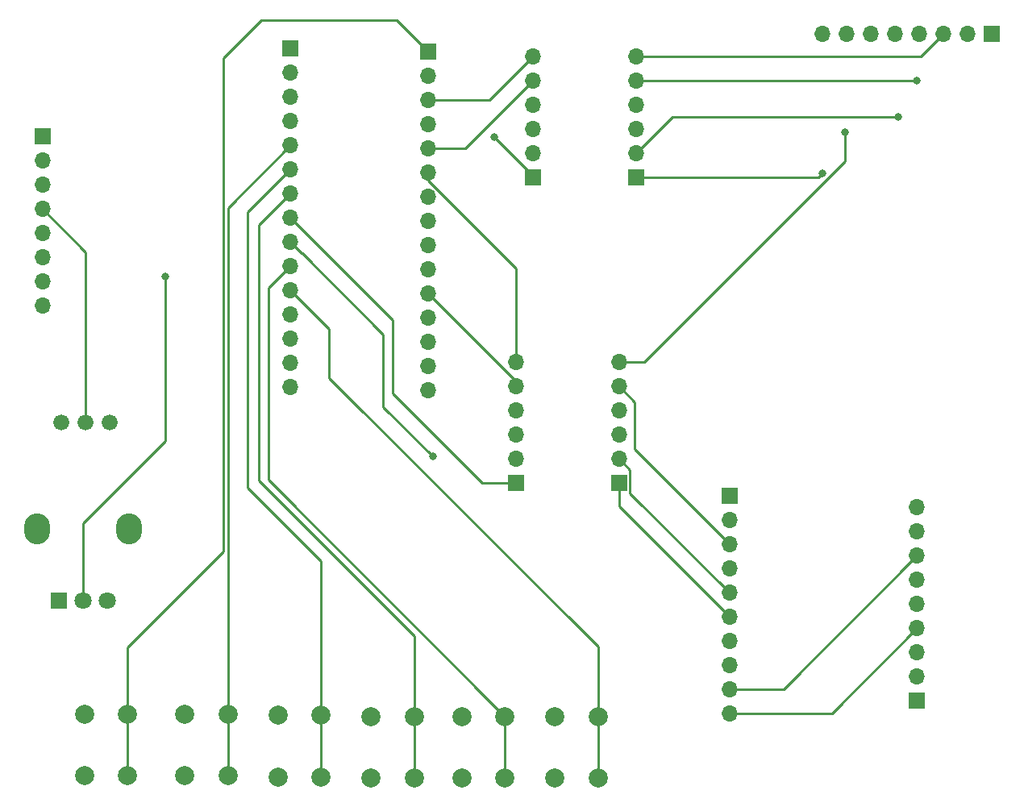
<source format=gbr>
%TF.GenerationSoftware,KiCad,Pcbnew,5.1.6-c6e7f7d~87~ubuntu20.04.1*%
%TF.CreationDate,2020-11-03T02:20:16-05:00*%
%TF.ProjectId,radio,72616469-6f2e-46b6-9963-61645f706362,rev?*%
%TF.SameCoordinates,Original*%
%TF.FileFunction,Copper,L1,Top*%
%TF.FilePolarity,Positive*%
%FSLAX46Y46*%
G04 Gerber Fmt 4.6, Leading zero omitted, Abs format (unit mm)*
G04 Created by KiCad (PCBNEW 5.1.6-c6e7f7d~87~ubuntu20.04.1) date 2020-11-03 02:20:16*
%MOMM*%
%LPD*%
G01*
G04 APERTURE LIST*
%TA.AperFunction,ComponentPad*%
%ADD10O,1.700000X1.700000*%
%TD*%
%TA.AperFunction,ComponentPad*%
%ADD11R,1.700000X1.700000*%
%TD*%
%TA.AperFunction,ComponentPad*%
%ADD12C,1.676400*%
%TD*%
%TA.AperFunction,ComponentPad*%
%ADD13C,2.000000*%
%TD*%
%TA.AperFunction,ComponentPad*%
%ADD14O,2.720000X3.240000*%
%TD*%
%TA.AperFunction,ComponentPad*%
%ADD15C,1.800000*%
%TD*%
%TA.AperFunction,ComponentPad*%
%ADD16R,1.800000X1.800000*%
%TD*%
%TA.AperFunction,ViaPad*%
%ADD17C,0.800000*%
%TD*%
%TA.AperFunction,Conductor*%
%ADD18C,0.250000*%
%TD*%
G04 APERTURE END LIST*
D10*
%TO.P,U8,8*%
%TO.N,+3V3*%
X136510000Y-53624000D03*
%TO.P,U8,7*%
%TO.N,Net-(U4-Pad6)*%
X139050000Y-53624000D03*
%TO.P,U8,6*%
%TO.N,Net-(U5-Pad1)*%
X141590000Y-53624000D03*
%TO.P,U8,5*%
%TO.N,Net-(U5-Pad2)*%
X144130000Y-53624000D03*
%TO.P,U8,4*%
%TO.N,Net-(U5-Pad5)*%
X146670000Y-53624000D03*
%TO.P,U8,3*%
%TO.N,Net-(U5-Pad6)*%
X149210000Y-53624000D03*
%TO.P,U8,2*%
%TO.N,GND*%
X151750000Y-53624000D03*
D11*
%TO.P,U8,1*%
%TO.N,+3V3*%
X154290000Y-53624000D03*
%TD*%
D10*
%TO.P,U7,10*%
%TO.N,Net-(U6-Pad4)*%
X126749000Y-124998000D03*
%TO.P,U7,9*%
%TO.N,Net-(U6-Pad7)*%
X126749000Y-122458000D03*
%TO.P,U7,8*%
%TO.N,GND*%
X126749000Y-119918000D03*
%TO.P,U7,7*%
%TO.N,+3V3*%
X126749000Y-117378000D03*
%TO.P,U7,6*%
%TO.N,Net-(U4-Pad1)*%
X126749000Y-114838000D03*
%TO.P,U7,5*%
%TO.N,Net-(U4-Pad2)*%
X126749000Y-112298000D03*
%TO.P,U7,4*%
%TO.N,Net-(U7-Pad4)*%
X126749000Y-109758000D03*
%TO.P,U7,3*%
%TO.N,Net-(U4-Pad5)*%
X126749000Y-107218000D03*
%TO.P,U7,2*%
%TO.N,Net-(U7-Pad2)*%
X126749000Y-104678000D03*
D11*
%TO.P,U7,1*%
%TO.N,Net-(U7-Pad1)*%
X126749000Y-102138000D03*
%TD*%
D10*
%TO.P,U6,9*%
%TO.N,Net-(U6-Pad9)*%
X146445000Y-103361000D03*
%TO.P,U6,8*%
%TO.N,Net-(U6-Pad8)*%
X146445000Y-105901000D03*
%TO.P,U6,7*%
%TO.N,Net-(U6-Pad7)*%
X146445000Y-108441000D03*
%TO.P,U6,6*%
%TO.N,GND*%
X146445000Y-110981000D03*
%TO.P,U6,5*%
X146445000Y-113521000D03*
%TO.P,U6,4*%
%TO.N,Net-(U6-Pad4)*%
X146445000Y-116061000D03*
%TO.P,U6,3*%
%TO.N,Net-(U6-Pad3)*%
X146445000Y-118601000D03*
%TO.P,U6,2*%
%TO.N,GND*%
X146445000Y-121141000D03*
D11*
%TO.P,U6,1*%
%TO.N,+5V*%
X146445000Y-123681000D03*
%TD*%
D10*
%TO.P,U5,7*%
%TO.N,/LCD_SCE*%
X106137000Y-56008000D03*
%TO.P,U5,10*%
%TO.N,+5V*%
X106137000Y-63628000D03*
%TO.P,U5,11*%
%TO.N,/LCD_DC*%
X106137000Y-66168000D03*
%TO.P,U5,8*%
%TO.N,/LCD_RST*%
X106137000Y-58548000D03*
D11*
%TO.P,U5,12*%
%TO.N,/LCD_DN*%
X106137000Y-68708000D03*
D10*
%TO.P,U5,9*%
%TO.N,GND*%
X106137000Y-61088000D03*
%TO.P,U5,6*%
%TO.N,Net-(U5-Pad6)*%
X116937000Y-56008000D03*
%TO.P,U5,5*%
%TO.N,Net-(U5-Pad5)*%
X116937000Y-58548000D03*
%TO.P,U5,4*%
%TO.N,GND*%
X116937000Y-61088000D03*
%TO.P,U5,3*%
%TO.N,+3V3*%
X116937000Y-63628000D03*
%TO.P,U5,2*%
%TO.N,Net-(U5-Pad2)*%
X116937000Y-66168000D03*
D11*
%TO.P,U5,1*%
%TO.N,Net-(U5-Pad1)*%
X116937000Y-68708000D03*
%TD*%
D10*
%TO.P,U4,7*%
%TO.N,/LCD_SCLK*%
X104359000Y-88139000D03*
%TO.P,U4,10*%
%TO.N,+5V*%
X104359000Y-95759000D03*
%TO.P,U4,11*%
%TO.N,/Si4_SCLK*%
X104359000Y-98299000D03*
%TO.P,U4,8*%
%TO.N,/Si4_RST*%
X104359000Y-90679000D03*
D11*
%TO.P,U4,12*%
%TO.N,/Si4_SDIO*%
X104359000Y-100839000D03*
D10*
%TO.P,U4,9*%
%TO.N,GND*%
X104359000Y-93219000D03*
%TO.P,U4,6*%
%TO.N,Net-(U4-Pad6)*%
X115159000Y-88139000D03*
%TO.P,U4,5*%
%TO.N,Net-(U4-Pad5)*%
X115159000Y-90679000D03*
%TO.P,U4,4*%
%TO.N,GND*%
X115159000Y-93219000D03*
%TO.P,U4,3*%
%TO.N,+3V3*%
X115159000Y-95759000D03*
%TO.P,U4,2*%
%TO.N,Net-(U4-Pad2)*%
X115159000Y-98299000D03*
D11*
%TO.P,U4,1*%
%TO.N,Net-(U4-Pad1)*%
X115159000Y-100839000D03*
%TD*%
D10*
%TO.P,U2,8*%
%TO.N,+5V*%
X54640000Y-82183000D03*
%TO.P,U2,7*%
%TO.N,GND*%
X54640000Y-79643000D03*
%TO.P,U2,6*%
%TO.N,Net-(U2-Pad6)*%
X54640000Y-77103000D03*
%TO.P,U2,5*%
%TO.N,GND*%
X54640000Y-74563000D03*
%TO.P,U2,4*%
%TO.N,Net-(SW7-Pad2)*%
X54640000Y-72023000D03*
%TO.P,U2,3*%
%TO.N,Net-(U2-Pad3)*%
X54640000Y-69483000D03*
%TO.P,U2,2*%
%TO.N,Net-(U2-Pad2)*%
X54640000Y-66943000D03*
D11*
%TO.P,U2,1*%
%TO.N,Net-(U2-Pad1)*%
X54640000Y-64403000D03*
%TD*%
D10*
%TO.P,U1,25*%
%TO.N,/LCD_SCLK*%
X95146000Y-68247000D03*
%TO.P,U1,23*%
%TO.N,Net-(U1-Pad23)*%
X95146000Y-73327000D03*
%TO.P,U1,24*%
%TO.N,Net-(U1-Pad24)*%
X95146000Y-70787000D03*
%TO.P,U1,26*%
%TO.N,/LCD_RST*%
X95146000Y-65707000D03*
%TO.P,U1,27*%
%TO.N,/LCD_DC*%
X95146000Y-63167000D03*
D11*
%TO.P,U1,30*%
%TO.N,/SW0*%
X95146000Y-55547000D03*
D10*
%TO.P,U1,29*%
%TO.N,/LCD_DN*%
X95146000Y-58087000D03*
%TO.P,U1,28*%
%TO.N,/LCD_SCE*%
X95146000Y-60627000D03*
%TO.P,U1,22*%
%TO.N,Net-(U1-Pad22)*%
X95146000Y-75867000D03*
%TO.P,U1,21*%
%TO.N,Net-(U1-Pad21)*%
X95146000Y-78407000D03*
%TO.P,U1,20*%
%TO.N,/Si4_RST*%
X95146000Y-80947000D03*
%TO.P,U1,19*%
%TO.N,GND*%
X95146000Y-83487000D03*
%TO.P,U1,18*%
%TO.N,Net-(U1-Pad18)*%
X95146000Y-86027000D03*
%TO.P,U1,17*%
%TO.N,Net-(U1-Pad17)*%
X95146000Y-88567000D03*
%TO.P,U1,16*%
%TO.N,Net-(U1-Pad16)*%
X95146000Y-91107000D03*
%TO.P,U1,15*%
%TO.N,+5V*%
X80672000Y-90747000D03*
%TO.P,U1,14*%
%TO.N,GND*%
X80672000Y-88207000D03*
%TO.P,U1,13*%
%TO.N,Net-(U1-Pad13)*%
X80672000Y-85667000D03*
%TO.P,U1,12*%
%TO.N,+5V*%
X80672000Y-83127000D03*
%TO.P,U1,11*%
%TO.N,/SW5*%
X80672000Y-80587000D03*
%TO.P,U1,10*%
%TO.N,/SW4*%
X80672000Y-78047000D03*
%TO.P,U1,9*%
%TO.N,/Si4_SCLK*%
X80672000Y-75507000D03*
%TO.P,U1,8*%
%TO.N,/Si4_SDIO*%
X80672000Y-72967000D03*
%TO.P,U1,7*%
%TO.N,/SW3*%
X80672000Y-70427000D03*
%TO.P,U1,6*%
%TO.N,/SW2*%
X80672000Y-67887000D03*
%TO.P,U1,5*%
%TO.N,/SW1*%
X80672000Y-65347000D03*
%TO.P,U1,4*%
%TO.N,/Vol*%
X80672000Y-62807000D03*
%TO.P,U1,3*%
%TO.N,Net-(U1-Pad3)*%
X80672000Y-60267000D03*
%TO.P,U1,2*%
%TO.N,+3V3*%
X80672000Y-57727000D03*
D11*
%TO.P,U1,1*%
%TO.N,Net-(U1-Pad1)*%
X80672000Y-55187000D03*
%TD*%
D12*
%TO.P,SW7,3*%
%TO.N,GND*%
X61722000Y-94488000D03*
%TO.P,SW7,1*%
%TO.N,Net-(SW7-Pad1)*%
X56642000Y-94488000D03*
%TO.P,SW7,2*%
%TO.N,Net-(SW7-Pad2)*%
X59182000Y-94488000D03*
%TD*%
D13*
%TO.P,SW6,1*%
%TO.N,GND*%
X108458000Y-125326000D03*
%TO.P,SW6,2*%
%TO.N,/SW5*%
X112958000Y-125326000D03*
%TO.P,SW6,1*%
%TO.N,GND*%
X108458000Y-131826000D03*
%TO.P,SW6,2*%
%TO.N,/SW5*%
X112958000Y-131826000D03*
%TD*%
%TO.P,SW5,1*%
%TO.N,GND*%
X98679000Y-125326000D03*
%TO.P,SW5,2*%
%TO.N,/SW4*%
X103179000Y-125326000D03*
%TO.P,SW5,1*%
%TO.N,GND*%
X98679000Y-131826000D03*
%TO.P,SW5,2*%
%TO.N,/SW4*%
X103179000Y-131826000D03*
%TD*%
%TO.P,SW4,1*%
%TO.N,GND*%
X89154000Y-125326000D03*
%TO.P,SW4,2*%
%TO.N,/SW3*%
X93654000Y-125326000D03*
%TO.P,SW4,1*%
%TO.N,GND*%
X89154000Y-131826000D03*
%TO.P,SW4,2*%
%TO.N,/SW3*%
X93654000Y-131826000D03*
%TD*%
%TO.P,SW3,1*%
%TO.N,GND*%
X79375000Y-125199000D03*
%TO.P,SW3,2*%
%TO.N,/SW2*%
X83875000Y-125199000D03*
%TO.P,SW3,1*%
%TO.N,GND*%
X79375000Y-131699000D03*
%TO.P,SW3,2*%
%TO.N,/SW2*%
X83875000Y-131699000D03*
%TD*%
%TO.P,SW2,1*%
%TO.N,GND*%
X69596000Y-125072000D03*
%TO.P,SW2,2*%
%TO.N,/SW1*%
X74096000Y-125072000D03*
%TO.P,SW2,1*%
%TO.N,GND*%
X69596000Y-131572000D03*
%TO.P,SW2,2*%
%TO.N,/SW1*%
X74096000Y-131572000D03*
%TD*%
%TO.P,SW1,1*%
%TO.N,GND*%
X59055000Y-125072000D03*
%TO.P,SW1,2*%
%TO.N,/SW0*%
X63555000Y-125072000D03*
%TO.P,SW1,1*%
%TO.N,GND*%
X59055000Y-131572000D03*
%TO.P,SW1,2*%
%TO.N,/SW0*%
X63555000Y-131572000D03*
%TD*%
D14*
%TO.P,RV1,*%
%TO.N,*%
X54088000Y-105657000D03*
X63688000Y-105657000D03*
D15*
%TO.P,RV1,3*%
%TO.N,+5V*%
X61388000Y-113157000D03*
%TO.P,RV1,2*%
%TO.N,/Vol*%
X58888000Y-113157000D03*
D16*
%TO.P,RV1,1*%
%TO.N,GND*%
X56388000Y-113157000D03*
%TD*%
D17*
%TO.N,/Vol*%
X67564000Y-79121000D03*
%TO.N,/LCD_DN*%
X102108000Y-64516000D03*
%TO.N,/Si4_SCLK*%
X95631000Y-98044000D03*
%TO.N,Net-(U4-Pad6)*%
X138938000Y-64008000D03*
%TO.N,Net-(U5-Pad5)*%
X146431000Y-58547000D03*
%TO.N,Net-(U5-Pad2)*%
X144526000Y-62357000D03*
%TO.N,Net-(U5-Pad1)*%
X136525000Y-68326000D03*
%TD*%
D18*
%TO.N,/Vol*%
X67564000Y-79121000D02*
X67564000Y-96393000D01*
X58888000Y-105069000D02*
X58888000Y-113157000D01*
X67564000Y-96393000D02*
X58888000Y-105069000D01*
%TO.N,/SW0*%
X63555000Y-125072000D02*
X63555000Y-118055000D01*
X73645990Y-107964010D02*
X73645990Y-56148010D01*
X63555000Y-118055000D02*
X73645990Y-107964010D01*
X73645990Y-56148010D02*
X77597000Y-52197000D01*
X91796000Y-52197000D02*
X95146000Y-55547000D01*
X77597000Y-52197000D02*
X91796000Y-52197000D01*
X63555000Y-125072000D02*
X63555000Y-131572000D01*
%TO.N,/SW1*%
X74096000Y-71923000D02*
X80672000Y-65347000D01*
X74096000Y-125072000D02*
X74096000Y-71923000D01*
X74096000Y-125072000D02*
X74096000Y-131572000D01*
%TO.N,/SW2*%
X76200000Y-101346000D02*
X76200000Y-72359000D01*
X83875000Y-109021000D02*
X76200000Y-101346000D01*
X76200000Y-72359000D02*
X80672000Y-67887000D01*
X83875000Y-125199000D02*
X83875000Y-109021000D01*
X83875000Y-125199000D02*
X83875000Y-131699000D01*
%TO.N,/SW3*%
X93654000Y-125326000D02*
X93654000Y-116895000D01*
X93654000Y-116895000D02*
X77343000Y-100584000D01*
X77343000Y-73756000D02*
X80672000Y-70427000D01*
X77343000Y-100584000D02*
X77343000Y-73756000D01*
X93654000Y-125326000D02*
X93654000Y-131826000D01*
%TO.N,/SW4*%
X103179000Y-125326000D02*
X78359000Y-100506000D01*
X78359000Y-80360000D02*
X80672000Y-78047000D01*
X78359000Y-100506000D02*
X78359000Y-80360000D01*
X103179000Y-125326000D02*
X103179000Y-131826000D01*
%TO.N,/SW5*%
X112958000Y-125326000D02*
X112958000Y-118038000D01*
X112958000Y-118038000D02*
X84709000Y-89789000D01*
X84709000Y-84624000D02*
X80672000Y-80587000D01*
X84709000Y-89789000D02*
X84709000Y-84624000D01*
X112958000Y-125326000D02*
X112958000Y-131826000D01*
%TO.N,/LCD_DN*%
X106137000Y-68545000D02*
X102108000Y-64516000D01*
X106137000Y-68708000D02*
X106137000Y-68545000D01*
%TO.N,/LCD_SCE*%
X95146000Y-60627000D02*
X95146000Y-60094000D01*
X101518000Y-60627000D02*
X106137000Y-56008000D01*
X95146000Y-60627000D02*
X101518000Y-60627000D01*
%TO.N,/LCD_RST*%
X98978000Y-65707000D02*
X106137000Y-58548000D01*
X95146000Y-65707000D02*
X98978000Y-65707000D01*
%TO.N,/Si4_RST*%
X104359000Y-90160000D02*
X104359000Y-90679000D01*
X95146000Y-80947000D02*
X104359000Y-90160000D01*
%TO.N,/Si4_SCLK*%
X81847001Y-76682001D02*
X81889001Y-76682001D01*
X80672000Y-75507000D02*
X81847001Y-76682001D01*
X81889001Y-76682001D02*
X90424000Y-85217000D01*
X90424000Y-92837000D02*
X95631000Y-98044000D01*
X90424000Y-85217000D02*
X90424000Y-92837000D01*
%TO.N,/Si4_SDIO*%
X80672000Y-72967000D02*
X91440000Y-83735000D01*
X91440000Y-83735000D02*
X91440000Y-91440000D01*
X100839000Y-100839000D02*
X104359000Y-100839000D01*
X91440000Y-91440000D02*
X100839000Y-100839000D01*
%TO.N,/LCD_SCLK*%
X95146000Y-69047998D02*
X95146000Y-68247000D01*
X104359000Y-78260998D02*
X95146000Y-69047998D01*
X104359000Y-88139000D02*
X104359000Y-78260998D01*
%TO.N,Net-(SW7-Pad2)*%
X59182000Y-76565000D02*
X54640000Y-72023000D01*
X59182000Y-94488000D02*
X59182000Y-76565000D01*
%TO.N,Net-(U4-Pad6)*%
X138938000Y-66986002D02*
X138938000Y-64008000D01*
X117785002Y-88139000D02*
X138938000Y-66986002D01*
X115159000Y-88139000D02*
X117785002Y-88139000D01*
%TO.N,Net-(U4-Pad5)*%
X116784011Y-97253011D02*
X126749000Y-107218000D01*
X116784011Y-92304011D02*
X116784011Y-97253011D01*
X115159000Y-90679000D02*
X116784011Y-92304011D01*
%TO.N,Net-(U4-Pad2)*%
X116334001Y-99474001D02*
X116334001Y-101883001D01*
X116334001Y-101883001D02*
X126749000Y-112298000D01*
X115159000Y-98299000D02*
X116334001Y-99474001D01*
%TO.N,Net-(U4-Pad1)*%
X115159000Y-103248000D02*
X126749000Y-114838000D01*
X115159000Y-100839000D02*
X115159000Y-103248000D01*
%TO.N,Net-(U5-Pad6)*%
X149210000Y-53624000D02*
X149128000Y-53624000D01*
X116937000Y-56008000D02*
X117093000Y-56008000D01*
X146826000Y-56008000D02*
X149210000Y-53624000D01*
X116937000Y-56008000D02*
X146826000Y-56008000D01*
%TO.N,Net-(U5-Pad5)*%
X116937000Y-58548000D02*
X141746000Y-58548000D01*
X146430000Y-58548000D02*
X146431000Y-58547000D01*
X141746000Y-58548000D02*
X146430000Y-58548000D01*
%TO.N,Net-(U5-Pad2)*%
X120748000Y-62357000D02*
X144526000Y-62357000D01*
X116937000Y-66168000D02*
X120748000Y-62357000D01*
%TO.N,Net-(U5-Pad1)*%
X116937000Y-68708000D02*
X132206000Y-68708000D01*
X136143000Y-68708000D02*
X136525000Y-68326000D01*
X132206000Y-68708000D02*
X136143000Y-68708000D01*
%TO.N,Net-(U6-Pad7)*%
X132428000Y-122458000D02*
X146445000Y-108441000D01*
X126749000Y-122458000D02*
X132428000Y-122458000D01*
%TO.N,Net-(U6-Pad4)*%
X137508000Y-124998000D02*
X146445000Y-116061000D01*
X126749000Y-124998000D02*
X137508000Y-124998000D01*
%TD*%
M02*

</source>
